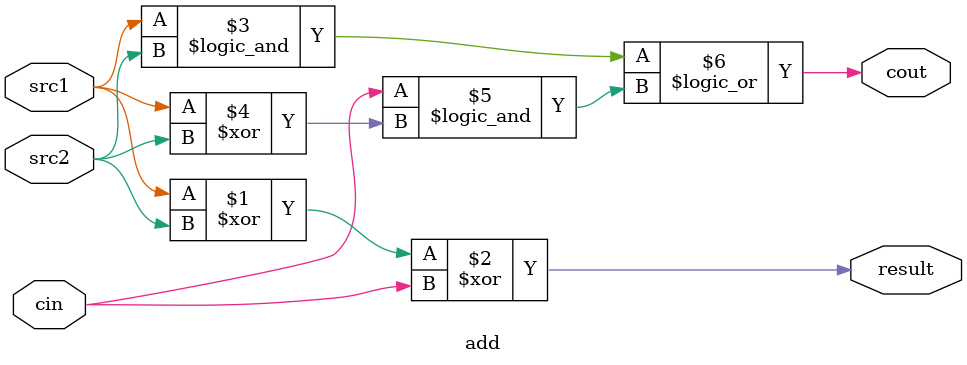
<source format=v>
`timescale 1ns / 1ps
module add(
    src1,
	 src2,
	 cin,
	 cout,
	 result
    );

input src1,src2,cin;
output cout, result;
//reg cout,result;

assign result = (src1 ^ src2 ^ cin);
assign cout = (src1 && src2) || (cin && (src1 ^ src2));
/*always @(*) begin
    result <= (src1 ^ src2 ^ cin);
	 cout <= (src1 && src2) || (cin && (src1 ^ src2)); 
end*/

endmodule

</source>
